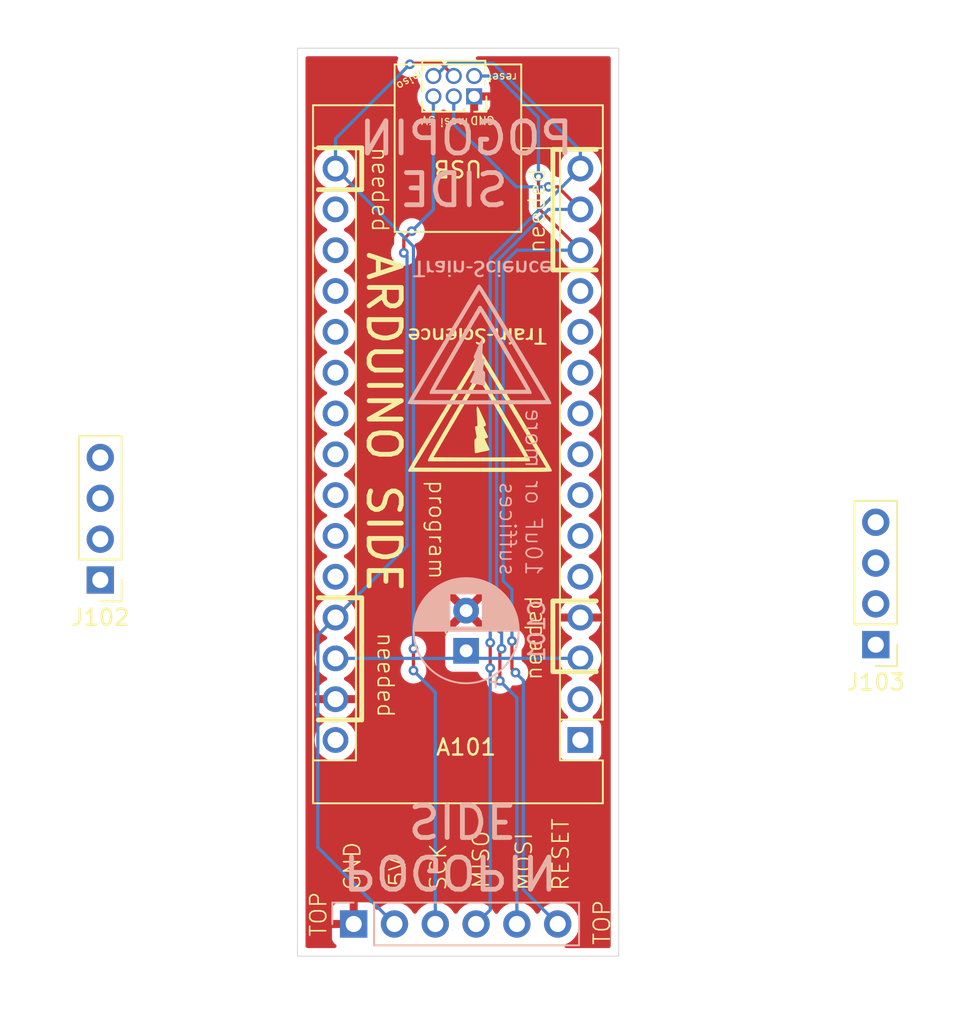
<source format=kicad_pcb>
(kicad_pcb (version 20240108) (generator "pcbnew") (generator_version "8.0")
  (layers (0 "F.Cu" signal) (31 "B.Cu" signal) (34 "B.Paste" user) (35 "F.Paste" user) (36 "B.SilkS" user "B.Silkscreen") (37 "F.SilkS" user "F.Silkscreen") (38 "B.Mask" user) (39 "F.Mask" user) (44 "Edge.Cuts" user))
  (net 0 "")
  (net 1 "/RESET_SLAVE")
  (net 2 "/RESET")
  (net 3 "/SCK")
  (net 4 "/MISO")
  (net 5 "GND")
  (net 6 "+5V")
  (net 7 "/MOSI")
  (footprint "Module:Arduino_Nano" (layer "F.Cu") (at 121.61 106.05 180)
    (property "Reference" "A101" (at 7.11 -0.45 180) (layer "F.SilkS"))
    (property "Value" "Arduino_Nano_v3.x")
    (fp_text user "USB" (at 7.62 35.56 180) (layer "F.SilkS"))
    (pad "1" thru_hole rect (at 0 0 180) (size 1.6 1.6) (drill 1) (layers "*.Cu" "*.Mask"))
    (pad "2" thru_hole oval (at 0 2.54 180) (size 1.6 1.6) (drill 1) (layers "*.Cu" "*.Mask"))
    (pad "3" thru_hole oval (at 0 5.08 180) (size 1.6 1.6) (drill 1) (layers "*.Cu" "*.Mask") (net 2 "/RESET"))
    (pad "4" thru_hole oval (at 0 7.62 180) (size 1.6 1.6) (drill 1) (layers "*.Cu" "*.Mask") (net 5 "GND"))
    (pad "5" thru_hole oval (at 0 10.16 180) (size 1.6 1.6) (drill 1) (layers "*.Cu" "*.Mask"))
    (pad "6" thru_hole oval (at 0 12.7 180) (size 1.6 1.6) (drill 1) (layers "*.Cu" "*.Mask"))
    (pad "7" thru_hole oval (at 0 15.24 180) (size 1.6 1.6) (drill 1) (layers "*.Cu" "*.Mask"))
    (pad "8" thru_hole oval (at 0 17.78 180) (size 1.6 1.6) (drill 1) (layers "*.Cu" "*.Mask"))
    (pad "9" thru_hole oval (at 0 20.32 180) (size 1.6 1.6) (drill 1) (layers "*.Cu" "*.Mask"))
    (pad "10" thru_hole oval (at 0 22.86 180) (size 1.6 1.6) (drill 1) (layers "*.Cu" "*.Mask"))
    (pad "11" thru_hole oval (at 0 25.4 180) (size 1.6 1.6) (drill 1) (layers "*.Cu" "*.Mask"))
    (pad "12" thru_hole oval (at 0 27.94 180) (size 1.6 1.6) (drill 1) (layers "*.Cu" "*.Mask"))
    (pad "13" thru_hole oval (at 0 30.48 180) (size 1.6 1.6) (drill 1) (layers "*.Cu" "*.Mask") (net 1 "/RESET_SLAVE"))
    (pad "14" thru_hole oval (at 0 33.02 180) (size 1.6 1.6) (drill 1) (layers "*.Cu" "*.Mask") (net 7 "/MOSI"))
    (pad "15" thru_hole oval (at 0 35.56 180) (size 1.6 1.6) (drill 1) (layers "*.Cu" "*.Mask") (net 4 "/MISO"))
    (pad "16" thru_hole oval (at 15.24 35.56 180) (size 1.6 1.6) (drill 1) (layers "*.Cu" "*.Mask") (net 3 "/SCK"))
    (pad "17" thru_hole oval (at 15.24 33.02 180) (size 1.6 1.6) (drill 1) (layers "*.Cu" "*.Mask"))
    (pad "18" thru_hole oval (at 15.24 30.48 180) (size 1.6 1.6) (drill 1) (layers "*.Cu" "*.Mask"))
    (pad "19" thru_hole oval (at 15.24 27.94 180) (size 1.6 1.6) (drill 1) (layers "*.Cu" "*.Mask"))
    (pad "20" thru_hole oval (at 15.24 25.4 180) (size 1.6 1.6) (drill 1) (layers "*.Cu" "*.Mask"))
    (pad "21" thru_hole oval (at 15.24 22.86 180) (size 1.6 1.6) (drill 1) (layers "*.Cu" "*.Mask"))
    (pad "22" thru_hole oval (at 15.24 20.32 180) (size 1.6 1.6) (drill 1) (layers "*.Cu" "*.Mask"))
    (pad "23" thru_hole oval (at 15.24 17.78 180) (size 1.6 1.6) (drill 1) (layers "*.Cu" "*.Mask"))
    (pad "24" thru_hole oval (at 15.24 15.24 180) (size 1.6 1.6) (drill 1) (layers "*.Cu" "*.Mask"))
    (pad "25" thru_hole oval (at 15.24 12.7 180) (size 1.6 1.6) (drill 1) (layers "*.Cu" "*.Mask"))
    (pad "26" thru_hole oval (at 15.24 10.16 180) (size 1.6 1.6) (drill 1) (layers "*.Cu" "*.Mask"))
    (pad "27" thru_hole oval (at 15.24 7.62 180) (size 1.6 1.6) (drill 1) (layers "*.Cu" "*.Mask") (net 6 "+5V"))
    (pad "28" thru_hole oval (at 15.24 5.08 180) (size 1.6 1.6) (drill 1) (layers "*.Cu" "*.Mask") (net 2 "/RESET"))
    (pad "29" thru_hole oval (at 15.24 2.54 180) (size 1.6 1.6) (drill 1) (layers "*.Cu" "*.Mask") (net 5 "GND"))
    (pad "30" thru_hole oval (at 15.24 0 180) (size 1.6 1.6) (drill 1) (layers "*.Cu" "*.Mask"))
  )
  (footprint "custom_kicad_lib_sk:Train-Science logo small" (layer "F.Cu") (at 115.3 84.8 180)
    (property "Reference" "G***" (hide yes))
    (property "Value" "LOGO" (hide yes))
  )
  (footprint "Connector_PinHeader_2.54mm:PinHeader_1x04_P2.54mm_Vertical" (layer "F.Cu") (at 91.727 96.092 180)
    (property "Reference" "J102" (at 0 -2.33 180) (layer "F.SilkS"))
    (property "Value" "Conn_01x04_Pin")
    (pad "1" thru_hole rect (at 0 0 180) (size 1.7 1.7) (drill 1) (layers "*.Cu" "*.Mask") (net 1 "/RESET_SLAVE"))
    (pad "2" thru_hole oval (at 0 2.54 180) (size 1.7 1.7) (drill 1) (layers "*.Cu" "*.Mask") (net 7 "/MOSI"))
    (pad "3" thru_hole oval (at 0 5.08 180) (size 1.7 1.7) (drill 1) (layers "*.Cu" "*.Mask") (net 4 "/MISO"))
    (pad "4" thru_hole oval (at 0 7.62 180) (size 1.7 1.7) (drill 1) (layers "*.Cu" "*.Mask") (net 3 "/SCK"))
  )
  (footprint "Connector_PinSocket_1.27mm:PinSocket_2x03_P1.27mm_Vertical" (layer "F.Cu") (at 115 66 -90)
    (property "Reference" "U101" (hide yes))
    (property "Value" "HEADER_3x2")
    (pad "1" thru_hole rect (at 0 0 270) (size 1 1) (drill 0.7) (layers "*.Cu" "*.Mask") (net 5 "GND"))
    (pad "2" thru_hole oval (at -1.27 0 270) (size 1 1) (drill 0.7) (layers "*.Cu" "*.Mask") (net 1 "/RESET_SLAVE"))
    (pad "3" thru_hole oval (at 0 1.27 270) (size 1 1) (drill 0.7) (layers "*.Cu" "*.Mask") (net 7 "/MOSI"))
    (pad "4" thru_hole oval (at -1.27 1.27 270) (size 1 1) (drill 0.7) (layers "*.Cu" "*.Mask") (net 3 "/SCK"))
    (pad "5" thru_hole oval (at 0 2.54 270) (size 1 1) (drill 0.7) (layers "*.Cu" "*.Mask") (net 6 "+5V"))
    (pad "6" thru_hole oval (at -1.27 2.54 270) (size 1 1) (drill 0.7) (layers "*.Cu" "*.Mask") (net 4 "/MISO"))
  )
  (footprint "Connector_PinHeader_2.54mm:PinHeader_1x04_P2.54mm_Vertical" (layer "F.Cu") (at 140 100.12 180)
    (property "Reference" "J103" (at 0 -2.33 180) (layer "F.SilkS"))
    (property "Value" "Conn_01x04_Pin")
    (pad "1" thru_hole rect (at 0 0 180) (size 1.7 1.7) (drill 1) (layers "*.Cu" "*.Mask") (net 5 "GND"))
    (pad "2" thru_hole oval (at 0 2.54 180) (size 1.7 1.7) (drill 1) (layers "*.Cu" "*.Mask") (net 6 "+5V"))
    (pad "3" thru_hole oval (at 0 5.08 180) (size 1.7 1.7) (drill 1) (layers "*.Cu" "*.Mask"))
    (pad "4" thru_hole oval (at 0 7.62 180) (size 1.7 1.7) (drill 1) (layers "*.Cu" "*.Mask") (net 2 "/RESET"))
  )
  (footprint "Capacitor_THT:CP_Radial_D6.3mm_P2.50mm" (layer "B.Cu") (at 114.5 100.5 90)
    (property "Reference" "C101" (at 1.25 4.4 -90) (layer "B.SilkS") (effects (justify mirror)))
    (property "Value" "C_Polarized")
    (pad "1" thru_hole rect (at 0 0 90) (size 1.6 1.6) (drill 0.8) (layers "*.Cu" "*.Mask") (net 2 "/RESET"))
    (pad "2" thru_hole circle (at 2.5 0 90) (size 1.6 1.6) (drill 0.8) (layers "*.Cu" "*.Mask") (net 5 "GND"))
  )
  (footprint "custom_kicad_lib_sk:Train-Science logo small" (layer "B.Cu") (at 115.4 80.6)
    (property "Reference" "G***" (hide yes))
    (property "Value" "LOGO" (hide yes))
  )
  (footprint "Connector_PinHeader_2.54mm:PinHeader_1x06_P2.54mm_Vertical" (layer "B.Cu") (at 107.5 117.5 -90)
    (property "Reference" "J101" (hide yes))
    (property "Value" "Conn_01x06_Pin")
    (pad "1" thru_hole rect (at 0 0 270) (size 1.7 1.7) (drill 1) (layers "*.Cu" "*.Mask") (net 5 "GND"))
    (pad "2" thru_hole oval (at 0 -2.54 270) (size 1.7 1.7) (drill 1) (layers "*.Cu" "*.Mask") (net 6 "+5V"))
    (pad "3" thru_hole oval (at 0 -5.08 270) (size 1.7 1.7) (drill 1) (layers "*.Cu" "*.Mask") (net 3 "/SCK"))
    (pad "4" thru_hole oval (at 0 -7.62 270) (size 1.7 1.7) (drill 1) (layers "*.Cu" "*.Mask") (net 4 "/MISO"))
    (pad "5" thru_hole oval (at 0 -10.16 270) (size 1.7 1.7) (drill 1) (layers "*.Cu" "*.Mask") (net 7 "/MOSI"))
    (pad "6" thru_hole oval (at 0 -12.7 270) (size 1.7 1.7) (drill 1) (layers "*.Cu" "*.Mask") (net 1 "/RESET_SLAVE"))
  )
  (gr_line (start 123.01 69.22) (end 117.93 69.22) (stroke (width 0.1)) (layer "F.SilkS"))
  (gr_line (start 108 97.2) (end 108 104.8) (stroke (width 0.3)) (layer "F.SilkS"))
  (gr_line (start 108 69.2) (end 108 71.8) (stroke (width 0.3)) (layer "F.SilkS"))
  (gr_line (start 119.9 97.4) (end 119.9 101.8) (stroke (width 0.3)) (layer "F.SilkS"))
  (gr_line (start 119.9 97.4) (end 122.6 97.4) (stroke (width 0.3)) (layer "F.SilkS"))
  (gr_line (start 119.9 69.3) (end 122.6 69.3) (stroke (width 0.3)) (layer "F.SilkS"))
  (gr_line (start 119.9 69.3) (end 119.9 76.8) (stroke (width 0.3)) (layer "F.SilkS"))
  (gr_line (start 108 71.8) (end 105.3 71.8) (stroke (width 0.3)) (layer "F.SilkS"))
  (gr_line (start 108 69.2) (end 105.3 69.2) (stroke (width 0.3)) (layer "F.SilkS"))
  (gr_line (start 119.9 76.8) (end 122.6 76.8) (stroke (width 0.3)) (layer "F.SilkS"))
  (gr_line (start 108 104.8) (end 105.3 104.8) (stroke (width 0.3)) (layer "F.SilkS"))
  (gr_line (start 119.9 101.8) (end 122.6 101.8) (stroke (width 0.3)) (layer "F.SilkS"))
  (gr_line (start 108 97.2) (end 105.3 97.2) (stroke (width 0.3)) (layer "F.SilkS"))
  (gr_rect (start 104 63) (end 124 119.5) (stroke (width 0.05)) (fill none) (layer "Edge.Cuts"))
  (gr_text "POGOPIN\n SIDE\n" (at 113.507 109.856 180) (layer "B.SilkS") (effects (font (size 2 2) (thickness 0.3)) (justify bottom mirror)))
  (gr_text "POGOPIN\n SIDE\n" (at 114.5 73 0) (layer "B.SilkS") (effects (font (size 2 2) (thickness 0.3)) (justify bottom mirror)))
  (gr_text "10uF or more\nsuffices " (at 116.5 95.9 -90) (layer "B.SilkS") (effects (font (size 1 1) (thickness 0.1)) (justify left bottom mirror)))
  (gr_text "SCK\n" (at 113.35 115.5 90) (layer "F.SilkS") (effects (font (size 1 1) (thickness 0.1)) (justify left bottom)))
  (gr_text "MOSI\n" (at 118.684 115.493 90) (layer "F.SilkS") (effects (font (size 1 1) (thickness 0.1)) (justify left bottom)))
  (gr_text "GND" (at 116.332 67.183 180) (layer "F.SilkS") (effects (font (size 0.5 0.5) (thickness 0.075)) (justify left bottom)))
  (gr_text "mosi" (at 114.681 67.31 180) (layer "F.SilkS") (effects (font (size 0.5 0.5) (thickness 0.075)) (justify left bottom)))
  (gr_text "5V" (at 112.649 67.183 180) (layer "F.SilkS") (effects (font (size 0.5 0.5) (thickness 0.075)) (justify left bottom)))
  (gr_text "TOP" (at 123.54 118.873 90) (layer "F.SilkS") (effects (font (size 1 1) (thickness 0.1)) (justify left bottom)))
  (gr_text "MISO\n" (at 116.017 115.366 90) (layer "F.SilkS") (effects (font (size 1 1) (thickness 0.1)) (justify left bottom)))
  (gr_text "5V" (at 110.81 115.239 90) (layer "F.SilkS") (effects (font (size 1 1) (thickness 0.1)) (justify left bottom)))
  (gr_text "needed" (at 119.3 102.4 90) (layer "F.SilkS") (effects (font (size 1 1) (thickness 0.1)) (justify left bottom)))
  (gr_text "program HAT\n" (at 112.1 89.8 -90) (layer "F.SilkS") (effects (font (size 1 1) (thickness 0.1)) (justify left bottom)))
  (gr_text "needed" (at 119.476 75.82 90) (layer "F.SilkS") (effects (font (size 1 1) (thickness 0.1)) (justify left bottom)))
  (gr_text "RESET\n" (at 120.97 115.5 90) (layer "F.SilkS") (effects (font (size 1 1) (thickness 0.1)) (justify left bottom)))
  (gr_text "TOP" (at 105.887 118.365 90) (layer "F.SilkS") (effects (font (size 1 1) (thickness 0.1)) (justify left bottom)))
  (gr_text "GND" (at 108 115.5 90) (layer "F.SilkS") (effects (font (size 1 1) (thickness 0.1)) (justify left bottom)))
  (gr_text "needed" (at 108.9 99.3 -90) (layer "F.SilkS") (effects (font (size 1 1) (thickness 0.1)) (justify left bottom)))
  (gr_text "reset" (at 117.729 64.516 180) (layer "F.SilkS") (effects (font (size 0.5 0.5) (thickness 0.075)) (justify left bottom)))
  (gr_text "ARDUINO SIDE" (at 108.2 75.5 -90) (layer "F.SilkS") (effects (font (size 2 2) (thickness 0.3)) (justify left bottom)))
  (gr_text "needed" (at 108.554 69.089 -90) (layer "F.SilkS") (effects (font (size 1 1) (thickness 0.1)) (justify left bottom)))
  (gr_text "miso" (at 111.633 64.262 -150) (layer "F.SilkS") (effects (font (size 0.5 0.5) (thickness 0.075)) (justify left bottom)))
  (segment (start 117.351064 101.635064) (end 117.571 101.855) (width 0.2) (layer "F.Cu") (net 1))
  (segment (start 119 72.96) (end 121.61 75.57) (width 0.2) (layer "F.Cu") (net 1))
  (segment (start 119 71) (end 119 72.96) (width 0.2) (layer "F.Cu") (net 1))
  (segment (start 117.351064 99.892362) (end 117.351064 101.635064) (width 0.2) (layer "F.Cu") (net 1))
  (via (at 117.571 101.855) (size 0.6) (drill 0.3) (layers "F.Cu" "B.Cu") (net 1))
  (via (at 117.351064 99.892362) (size 0.6) (drill 0.3) (layers "F.Cu" "B.Cu") (net 1))
  (via (at 119 71) (size 0.6) (drill 0.3) (layers "F.Cu" "B.Cu") (net 1))
  (segment (start 116.415684 64.73) (end 119 67.314316) (width 0.2) (layer "B.Cu") (net 1))
  (segment (start 117.351064 96.691064) (end 117.351064 99.892362) (width 0.2) (layer "B.Cu") (net 1))
  (segment (start 116.8 84.329) (end 116.8 96.14) (width 0.2) (layer "B.Cu") (net 1))
  (segment (start 121.61 75.57) (end 117.661372 75.57) (width 0.2) (layer "B.Cu") (net 1))
  (segment (start 119 67.314316) (end 119 71) (width 0.2) (layer "B.Cu") (net 1))
  (segment (start 116.856186 76.375186) (end 116.8 76.431372) (width 0.2) (layer "B.Cu") (net 1))
  (segment (start 115 64.73) (end 116.415684 64.73) (width 0.2) (layer "B.Cu") (net 1))
  (segment (start 116.8 96.14) (end 117.351064 96.691064) (width 0.2) (layer "B.Cu") (net 1))
  (segment (start 117.661372 75.57) (end 116.856186 76.375186) (width 0.2) (layer "B.Cu") (net 1))
  (segment (start 118.06 115.36) (end 120.2 117.5) (width 0.2) (layer "B.Cu") (net 1))
  (segment (start 117.571 101.855) (end 118.06 102.344) (width 0.2) (layer "B.Cu") (net 1))
  (segment (start 116.8 76.431372) (end 116.8 84.329) (width 0.2) (layer "B.Cu") (net 1))
  (segment (start 118.06 102.344) (end 118.06 115.36) (width 0.2) (layer "B.Cu") (net 1))
  (segment (start 114.97 100.97) (end 114.5 100.5) (width 0.2) (layer "B.Cu") (net 2))
  (segment (start 106.37 100.97) (end 114.03 100.97) (width 0.2) (layer "B.Cu") (net 2))
  (segment (start 121.61 100.97) (end 114.97 100.97) (width 0.2) (layer "B.Cu") (net 2))
  (segment (start 114.03 100.97) (end 114.5 100.5) (width 0.2) (layer "B.Cu") (net 2))
  (segment (start 112.93 63.93) (end 111.07 63.93) (width 0.2) (layer "F.Cu") (net 3))
  (segment (start 113.73 64.73) (end 112.93 63.93) (width 0.2) (layer "F.Cu") (net 3))
  (segment (start 111.221 101.728) (end 111.221 100.37) (width 0.2) (layer "F.Cu") (net 3))
  (segment (start 111.07 63.93) (end 111 64) (width 0.2) (layer "F.Cu") (net 3))
  (via (at 111.221 100.37) (size 0.6) (drill 0.3) (layers "F.Cu" "B.Cu") (net 3))
  (via (at 111 64) (size 0.6) (drill 0.3) (layers "F.Cu" "B.Cu") (net 3))
  (via (at 111.221 101.728) (size 0.6) (drill 0.3) (layers "F.Cu" "B.Cu") (net 3))
  (segment (start 111.221 75.341) (end 106.37 70.49) (width 0.2) (layer "B.Cu") (net 3))
  (segment (start 112.58 117.5) (end 112.58 103.087) (width 0.2) (layer "B.Cu") (net 3))
  (segment (start 106.37 68.63) (end 106.37 70.49) (width 0.2) (layer "B.Cu") (net 3))
  (segment (start 111.221 100.37) (end 111.221 75.341) (width 0.2) (layer "B.Cu") (net 3))
  (segment (start 112.58 103.087) (end 111.221 101.728) (width 0.2) (layer "B.Cu") (net 3))
  (segment (start 111 64) (end 106.37 68.63) (width 0.2) (layer "B.Cu") (net 3))
  (segment (start 116 100) (end 116 101.57) (width 0.2) (layer "F.Cu") (net 4))
  (via (at 116 101.57) (size 0.6) (drill 0.3) (layers "F.Cu" "B.Cu") (net 4))
  (via (at 116 100) (size 0.6) (drill 0.3) (layers "F.Cu" "B.Cu") (net 4))
  (segment (start 116.18137 63.93) (end 121.61 69.35863) (width 0.2) (layer "B.Cu") (net 4))
  (segment (start 112.598629 64.73) (end 113.398629 63.93) (width 0.2) (layer "B.Cu") (net 4))
  (segment (start 112.46 64.73) (end 112.598629 64.73) (width 0.2) (layer "B.Cu") (net 4))
  (segment (start 116 76.1) (end 116 100) (width 0.2) (layer "B.Cu") (net 4))
  (segment (start 116 101.57) (end 116 116.62) (width 0.2) (layer "B.Cu") (net 4))
  (segment (start 116 116.62) (end 115.12 117.5) (width 0.2) (layer "B.Cu") (net 4))
  (segment (start 121.61 69.35863) (end 121.61 70.49) (width 0.2) (layer "B.Cu") (net 4))
  (segment (start 121.61 70.49) (end 116 76.1) (width 0.2) (layer "B.Cu") (net 4))
  (segment (start 113.398629 63.93) (end 116.18137 63.93) (width 0.2) (layer "B.Cu") (net 4))
  (segment (start 110.621 75.734265) (end 110.621 74.879) (width 0.2) (layer "F.Cu") (net 6))
  (segment (start 110.621 74.879) (end 111.114265 74.385735) (width 0.2) (layer "F.Cu") (net 6))
  (via (at 111.114265 74.385735) (size 0.6) (drill 0.3) (layers "F.Cu" "B.Cu") (net 6))
  (via (at 110.621 75.734265) (size 0.6) (drill 0.3) (layers "F.Cu" "B.Cu") (net 6))
  (segment (start 105.27 99.53) (end 105.27 112.73) (width 0.2) (layer "B.Cu") (net 6))
  (segment (start 110.821 93.979) (end 110.821 92.5) (width 0.2) (layer "B.Cu") (net 6))
  (segment (start 110.821 75.934265) (end 110.621 75.734265) (width 0.2) (layer "B.Cu") (net 6))
  (segment (start 106.37 98.43) (end 110.3 94.5) (width 0.2) (layer "B.Cu") (net 6))
  (segment (start 106.37 98.43) (end 105.27 99.53) (width 0.2) (layer "B.Cu") (net 6))
  (segment (start 110.3 94.5) (end 110.821 93.979) (width 0.2) (layer "B.Cu") (net 6))
  (segment (start 111.114265 74.385735) (end 112.46 73.04) (width 0.2) (layer "B.Cu") (net 6))
  (segment (start 105.27 112.73) (end 110.04 117.5) (width 0.2) (layer "B.Cu") (net 6))
  (segment (start 110.821 92.5) (end 110.821 75.934265) (width 0.2) (layer "B.Cu") (net 6))
  (segment (start 112.46 73.04) (end 112.46 66) (width 0.2) (layer "B.Cu") (net 6))
  (segment (start 121.61 73.03) (end 120.205735 71.625735) (width 0.2) (layer "F.Cu") (net 7))
  (segment (start 116.6 102.368018) (end 116.6 100.479296) (width 0.2) (layer "F.Cu") (net 7))
  (segment (start 120.205735 71.625735) (end 119.625735 71.625735) (width 0.2) (layer "F.Cu") (net 7))
  (segment (start 116.6 100.479296) (end 116.709296 100.37) (width 0.2) (layer "F.Cu") (net 7))
  (via (at 116.6 102.368018) (size 0.6) (drill 0.3) (layers "F.Cu" "B.Cu") (net 7))
  (via (at 116.709296 100.37) (size 0.6) (drill 0.3) (layers "F.Cu" "B.Cu") (net 7))
  (via (at 119.625735 71.625735) (size 0.6) (drill 0.3) (layers "F.Cu" "B.Cu") (net 7))
  (segment (start 119.635686 73.03) (end 121.61 73.03) (width 0.2) (layer "B.Cu") (net 7))
  (segment (start 116.709296 100.37) (end 116.709296 99.370296) (width 0.2) (layer "B.Cu") (net 7))
  (segment (start 117.66 103.428018) (end 116.6 102.368018) (width 0.2) (layer "B.Cu") (net 7))
  (segment (start 117.625735 71.625735) (end 113.73 67.73) (width 0.2) (layer "B.Cu") (net 7))
  (segment (start 116.4 76.265686) (end 119.635686 73.03) (width 0.2) (layer "B.Cu") (net 7))
  (segment (start 116.4 99.061) (end 116.4 76.265686) (width 0.2) (layer "B.Cu") (net 7))
  (segment (start 116.709296 99.370296) (end 116.4 99.061) (width 0.2) (layer "B.Cu") (net 7))
  (segment (start 117.66 117.5) (end 117.66 103.428018) (width 0.2) (layer "B.Cu") (net 7))
  (segment (start 119.625735 71.625735) (end 117.625735 71.625735) (width 0.2) (layer "B.Cu") (net 7))
  (segment (start 113.73 67.73) (end 113.73 66) (width 0.2) (layer "B.Cu") (net 7))
  (zone (net 5) (net_name "GND") (layer "F.Cu") (connect_pads (clearance 0.5)) (min_thickness 0.25) (fill yes (thermal_gap 0.5) (thermal_bridge_width 0.5))
    (polygon (pts (xy 125 120) (xy 102 121) (xy 97.5 60) (xy 130.5 60.5)))
  )
)
</source>
